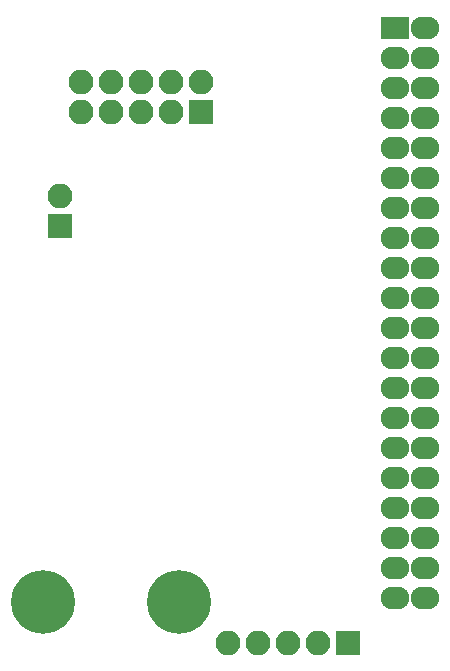
<source format=gbr>
G04 #@! TF.FileFunction,Soldermask,Bot*
%FSLAX46Y46*%
G04 Gerber Fmt 4.6, Leading zero omitted, Abs format (unit mm)*
G04 Created by KiCad (PCBNEW 4.0.6) date 10/02/17 17:06:01*
%MOMM*%
%LPD*%
G01*
G04 APERTURE LIST*
%ADD10C,0.100000*%
%ADD11R,2.100000X2.100000*%
%ADD12O,2.100000X2.100000*%
%ADD13R,2.400000X1.924000*%
%ADD14O,2.400000X1.924000*%
%ADD15C,5.400000*%
G04 APERTURE END LIST*
D10*
D11*
X148336000Y-73406000D03*
D12*
X148336000Y-70866000D03*
X145796000Y-73406000D03*
X145796000Y-70866000D03*
X143256000Y-73406000D03*
X143256000Y-70866000D03*
X140716000Y-73406000D03*
X140716000Y-70866000D03*
X138176000Y-73406000D03*
X138176000Y-70866000D03*
D11*
X136398000Y-83058000D03*
D12*
X136398000Y-80518000D03*
D11*
X160782000Y-118364000D03*
D12*
X158242000Y-118364000D03*
X155702000Y-118364000D03*
X153162000Y-118364000D03*
X150622000Y-118364000D03*
D13*
X164719000Y-66294000D03*
D14*
X167259000Y-66294000D03*
X164719000Y-78994000D03*
X167259000Y-68834000D03*
X164719000Y-81534000D03*
X167259000Y-71374000D03*
X164719000Y-84074000D03*
X167259000Y-73914000D03*
X164719000Y-86614000D03*
X167259000Y-76454000D03*
X164719000Y-89154000D03*
X167259000Y-78994000D03*
X164719000Y-91694000D03*
X167259000Y-81534000D03*
X164719000Y-94234000D03*
X167259000Y-84074000D03*
X164719000Y-96774000D03*
X167259000Y-86614000D03*
X164719000Y-99314000D03*
X167259000Y-89154000D03*
X164719000Y-101854000D03*
X167259000Y-91694000D03*
X164719000Y-104394000D03*
X167259000Y-94234000D03*
X167259000Y-96774000D03*
X164719000Y-106934000D03*
X167259000Y-99314000D03*
X167259000Y-104394000D03*
X167259000Y-106934000D03*
X167259000Y-109474000D03*
X167259000Y-112014000D03*
X164719000Y-109474000D03*
X164719000Y-112014000D03*
X164719000Y-68834000D03*
X164719000Y-71374000D03*
X164719000Y-73914000D03*
X164719000Y-76454000D03*
X164719000Y-114554000D03*
X167259000Y-114554000D03*
X167259000Y-101854000D03*
D15*
X146443700Y-114884200D03*
X134886700Y-114909600D03*
M02*

</source>
